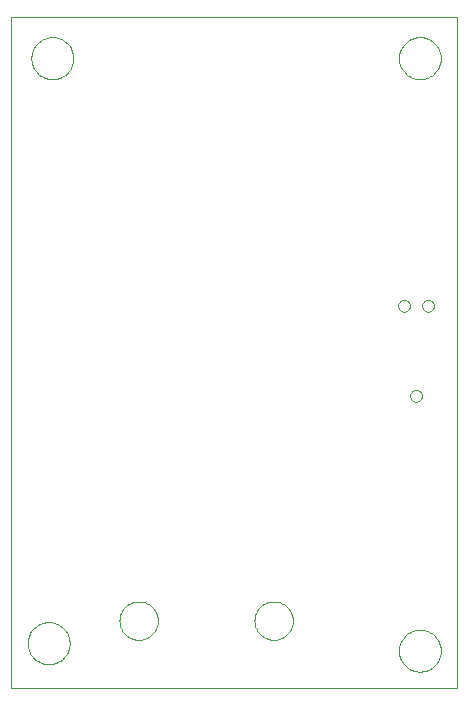
<source format=gbo>
G75*
%MOIN*%
%OFA0B0*%
%FSLAX24Y24*%
%IPPOS*%
%LPD*%
%AMOC8*
5,1,8,0,0,1.08239X$1,22.5*
%
%ADD10C,0.0000*%
D10*
X000180Y000954D02*
X000180Y023325D01*
X015050Y023325D01*
X015050Y000954D01*
X000180Y000954D01*
X000730Y002454D02*
X000732Y002506D01*
X000738Y002558D01*
X000748Y002610D01*
X000761Y002660D01*
X000778Y002710D01*
X000799Y002758D01*
X000824Y002804D01*
X000852Y002848D01*
X000883Y002890D01*
X000917Y002930D01*
X000954Y002967D01*
X000994Y003001D01*
X001036Y003032D01*
X001080Y003060D01*
X001126Y003085D01*
X001174Y003106D01*
X001224Y003123D01*
X001274Y003136D01*
X001326Y003146D01*
X001378Y003152D01*
X001430Y003154D01*
X001482Y003152D01*
X001534Y003146D01*
X001586Y003136D01*
X001636Y003123D01*
X001686Y003106D01*
X001734Y003085D01*
X001780Y003060D01*
X001824Y003032D01*
X001866Y003001D01*
X001906Y002967D01*
X001943Y002930D01*
X001977Y002890D01*
X002008Y002848D01*
X002036Y002804D01*
X002061Y002758D01*
X002082Y002710D01*
X002099Y002660D01*
X002112Y002610D01*
X002122Y002558D01*
X002128Y002506D01*
X002130Y002454D01*
X002128Y002402D01*
X002122Y002350D01*
X002112Y002298D01*
X002099Y002248D01*
X002082Y002198D01*
X002061Y002150D01*
X002036Y002104D01*
X002008Y002060D01*
X001977Y002018D01*
X001943Y001978D01*
X001906Y001941D01*
X001866Y001907D01*
X001824Y001876D01*
X001780Y001848D01*
X001734Y001823D01*
X001686Y001802D01*
X001636Y001785D01*
X001586Y001772D01*
X001534Y001762D01*
X001482Y001756D01*
X001430Y001754D01*
X001378Y001756D01*
X001326Y001762D01*
X001274Y001772D01*
X001224Y001785D01*
X001174Y001802D01*
X001126Y001823D01*
X001080Y001848D01*
X001036Y001876D01*
X000994Y001907D01*
X000954Y001941D01*
X000917Y001978D01*
X000883Y002018D01*
X000852Y002060D01*
X000824Y002104D01*
X000799Y002150D01*
X000778Y002198D01*
X000761Y002248D01*
X000748Y002298D01*
X000738Y002350D01*
X000732Y002402D01*
X000730Y002454D01*
X003790Y003204D02*
X003792Y003254D01*
X003798Y003304D01*
X003808Y003353D01*
X003821Y003402D01*
X003839Y003449D01*
X003860Y003495D01*
X003884Y003538D01*
X003912Y003580D01*
X003943Y003620D01*
X003977Y003657D01*
X004014Y003691D01*
X004054Y003722D01*
X004096Y003750D01*
X004139Y003774D01*
X004185Y003795D01*
X004232Y003813D01*
X004281Y003826D01*
X004330Y003836D01*
X004380Y003842D01*
X004430Y003844D01*
X004480Y003842D01*
X004530Y003836D01*
X004579Y003826D01*
X004628Y003813D01*
X004675Y003795D01*
X004721Y003774D01*
X004764Y003750D01*
X004806Y003722D01*
X004846Y003691D01*
X004883Y003657D01*
X004917Y003620D01*
X004948Y003580D01*
X004976Y003538D01*
X005000Y003495D01*
X005021Y003449D01*
X005039Y003402D01*
X005052Y003353D01*
X005062Y003304D01*
X005068Y003254D01*
X005070Y003204D01*
X005068Y003154D01*
X005062Y003104D01*
X005052Y003055D01*
X005039Y003006D01*
X005021Y002959D01*
X005000Y002913D01*
X004976Y002870D01*
X004948Y002828D01*
X004917Y002788D01*
X004883Y002751D01*
X004846Y002717D01*
X004806Y002686D01*
X004764Y002658D01*
X004721Y002634D01*
X004675Y002613D01*
X004628Y002595D01*
X004579Y002582D01*
X004530Y002572D01*
X004480Y002566D01*
X004430Y002564D01*
X004380Y002566D01*
X004330Y002572D01*
X004281Y002582D01*
X004232Y002595D01*
X004185Y002613D01*
X004139Y002634D01*
X004096Y002658D01*
X004054Y002686D01*
X004014Y002717D01*
X003977Y002751D01*
X003943Y002788D01*
X003912Y002828D01*
X003884Y002870D01*
X003860Y002913D01*
X003839Y002959D01*
X003821Y003006D01*
X003808Y003055D01*
X003798Y003104D01*
X003792Y003154D01*
X003790Y003204D01*
X008290Y003204D02*
X008292Y003254D01*
X008298Y003304D01*
X008308Y003353D01*
X008321Y003402D01*
X008339Y003449D01*
X008360Y003495D01*
X008384Y003538D01*
X008412Y003580D01*
X008443Y003620D01*
X008477Y003657D01*
X008514Y003691D01*
X008554Y003722D01*
X008596Y003750D01*
X008639Y003774D01*
X008685Y003795D01*
X008732Y003813D01*
X008781Y003826D01*
X008830Y003836D01*
X008880Y003842D01*
X008930Y003844D01*
X008980Y003842D01*
X009030Y003836D01*
X009079Y003826D01*
X009128Y003813D01*
X009175Y003795D01*
X009221Y003774D01*
X009264Y003750D01*
X009306Y003722D01*
X009346Y003691D01*
X009383Y003657D01*
X009417Y003620D01*
X009448Y003580D01*
X009476Y003538D01*
X009500Y003495D01*
X009521Y003449D01*
X009539Y003402D01*
X009552Y003353D01*
X009562Y003304D01*
X009568Y003254D01*
X009570Y003204D01*
X009568Y003154D01*
X009562Y003104D01*
X009552Y003055D01*
X009539Y003006D01*
X009521Y002959D01*
X009500Y002913D01*
X009476Y002870D01*
X009448Y002828D01*
X009417Y002788D01*
X009383Y002751D01*
X009346Y002717D01*
X009306Y002686D01*
X009264Y002658D01*
X009221Y002634D01*
X009175Y002613D01*
X009128Y002595D01*
X009079Y002582D01*
X009030Y002572D01*
X008980Y002566D01*
X008930Y002564D01*
X008880Y002566D01*
X008830Y002572D01*
X008781Y002582D01*
X008732Y002595D01*
X008685Y002613D01*
X008639Y002634D01*
X008596Y002658D01*
X008554Y002686D01*
X008514Y002717D01*
X008477Y002751D01*
X008443Y002788D01*
X008412Y002828D01*
X008384Y002870D01*
X008360Y002913D01*
X008339Y002959D01*
X008321Y003006D01*
X008308Y003055D01*
X008298Y003104D01*
X008292Y003154D01*
X008290Y003204D01*
X013483Y010704D02*
X013485Y010731D01*
X013491Y010758D01*
X013500Y010784D01*
X013513Y010808D01*
X013529Y010831D01*
X013548Y010850D01*
X013570Y010867D01*
X013594Y010881D01*
X013619Y010891D01*
X013646Y010898D01*
X013673Y010901D01*
X013701Y010900D01*
X013728Y010895D01*
X013754Y010887D01*
X013778Y010875D01*
X013801Y010859D01*
X013822Y010841D01*
X013839Y010820D01*
X013854Y010796D01*
X013865Y010771D01*
X013873Y010745D01*
X013877Y010718D01*
X013877Y010690D01*
X013873Y010663D01*
X013865Y010637D01*
X013854Y010612D01*
X013839Y010588D01*
X013822Y010567D01*
X013801Y010549D01*
X013779Y010533D01*
X013754Y010521D01*
X013728Y010513D01*
X013701Y010508D01*
X013673Y010507D01*
X013646Y010510D01*
X013619Y010517D01*
X013594Y010527D01*
X013570Y010541D01*
X013548Y010558D01*
X013529Y010577D01*
X013513Y010600D01*
X013500Y010624D01*
X013491Y010650D01*
X013485Y010677D01*
X013483Y010704D01*
X013083Y013704D02*
X013085Y013731D01*
X013091Y013758D01*
X013100Y013784D01*
X013113Y013808D01*
X013129Y013831D01*
X013148Y013850D01*
X013170Y013867D01*
X013194Y013881D01*
X013219Y013891D01*
X013246Y013898D01*
X013273Y013901D01*
X013301Y013900D01*
X013328Y013895D01*
X013354Y013887D01*
X013378Y013875D01*
X013401Y013859D01*
X013422Y013841D01*
X013439Y013820D01*
X013454Y013796D01*
X013465Y013771D01*
X013473Y013745D01*
X013477Y013718D01*
X013477Y013690D01*
X013473Y013663D01*
X013465Y013637D01*
X013454Y013612D01*
X013439Y013588D01*
X013422Y013567D01*
X013401Y013549D01*
X013379Y013533D01*
X013354Y013521D01*
X013328Y013513D01*
X013301Y013508D01*
X013273Y013507D01*
X013246Y013510D01*
X013219Y013517D01*
X013194Y013527D01*
X013170Y013541D01*
X013148Y013558D01*
X013129Y013577D01*
X013113Y013600D01*
X013100Y013624D01*
X013091Y013650D01*
X013085Y013677D01*
X013083Y013704D01*
X013883Y013704D02*
X013885Y013731D01*
X013891Y013758D01*
X013900Y013784D01*
X013913Y013808D01*
X013929Y013831D01*
X013948Y013850D01*
X013970Y013867D01*
X013994Y013881D01*
X014019Y013891D01*
X014046Y013898D01*
X014073Y013901D01*
X014101Y013900D01*
X014128Y013895D01*
X014154Y013887D01*
X014178Y013875D01*
X014201Y013859D01*
X014222Y013841D01*
X014239Y013820D01*
X014254Y013796D01*
X014265Y013771D01*
X014273Y013745D01*
X014277Y013718D01*
X014277Y013690D01*
X014273Y013663D01*
X014265Y013637D01*
X014254Y013612D01*
X014239Y013588D01*
X014222Y013567D01*
X014201Y013549D01*
X014179Y013533D01*
X014154Y013521D01*
X014128Y013513D01*
X014101Y013508D01*
X014073Y013507D01*
X014046Y013510D01*
X014019Y013517D01*
X013994Y013527D01*
X013970Y013541D01*
X013948Y013558D01*
X013929Y013577D01*
X013913Y013600D01*
X013900Y013624D01*
X013891Y013650D01*
X013885Y013677D01*
X013883Y013704D01*
X013105Y021954D02*
X013107Y022006D01*
X013113Y022058D01*
X013123Y022110D01*
X013136Y022160D01*
X013153Y022210D01*
X013174Y022258D01*
X013199Y022304D01*
X013227Y022348D01*
X013258Y022390D01*
X013292Y022430D01*
X013329Y022467D01*
X013369Y022501D01*
X013411Y022532D01*
X013455Y022560D01*
X013501Y022585D01*
X013549Y022606D01*
X013599Y022623D01*
X013649Y022636D01*
X013701Y022646D01*
X013753Y022652D01*
X013805Y022654D01*
X013857Y022652D01*
X013909Y022646D01*
X013961Y022636D01*
X014011Y022623D01*
X014061Y022606D01*
X014109Y022585D01*
X014155Y022560D01*
X014199Y022532D01*
X014241Y022501D01*
X014281Y022467D01*
X014318Y022430D01*
X014352Y022390D01*
X014383Y022348D01*
X014411Y022304D01*
X014436Y022258D01*
X014457Y022210D01*
X014474Y022160D01*
X014487Y022110D01*
X014497Y022058D01*
X014503Y022006D01*
X014505Y021954D01*
X014503Y021902D01*
X014497Y021850D01*
X014487Y021798D01*
X014474Y021748D01*
X014457Y021698D01*
X014436Y021650D01*
X014411Y021604D01*
X014383Y021560D01*
X014352Y021518D01*
X014318Y021478D01*
X014281Y021441D01*
X014241Y021407D01*
X014199Y021376D01*
X014155Y021348D01*
X014109Y021323D01*
X014061Y021302D01*
X014011Y021285D01*
X013961Y021272D01*
X013909Y021262D01*
X013857Y021256D01*
X013805Y021254D01*
X013753Y021256D01*
X013701Y021262D01*
X013649Y021272D01*
X013599Y021285D01*
X013549Y021302D01*
X013501Y021323D01*
X013455Y021348D01*
X013411Y021376D01*
X013369Y021407D01*
X013329Y021441D01*
X013292Y021478D01*
X013258Y021518D01*
X013227Y021560D01*
X013199Y021604D01*
X013174Y021650D01*
X013153Y021698D01*
X013136Y021748D01*
X013123Y021798D01*
X013113Y021850D01*
X013107Y021902D01*
X013105Y021954D01*
X000855Y021954D02*
X000857Y022006D01*
X000863Y022058D01*
X000873Y022110D01*
X000886Y022160D01*
X000903Y022210D01*
X000924Y022258D01*
X000949Y022304D01*
X000977Y022348D01*
X001008Y022390D01*
X001042Y022430D01*
X001079Y022467D01*
X001119Y022501D01*
X001161Y022532D01*
X001205Y022560D01*
X001251Y022585D01*
X001299Y022606D01*
X001349Y022623D01*
X001399Y022636D01*
X001451Y022646D01*
X001503Y022652D01*
X001555Y022654D01*
X001607Y022652D01*
X001659Y022646D01*
X001711Y022636D01*
X001761Y022623D01*
X001811Y022606D01*
X001859Y022585D01*
X001905Y022560D01*
X001949Y022532D01*
X001991Y022501D01*
X002031Y022467D01*
X002068Y022430D01*
X002102Y022390D01*
X002133Y022348D01*
X002161Y022304D01*
X002186Y022258D01*
X002207Y022210D01*
X002224Y022160D01*
X002237Y022110D01*
X002247Y022058D01*
X002253Y022006D01*
X002255Y021954D01*
X002253Y021902D01*
X002247Y021850D01*
X002237Y021798D01*
X002224Y021748D01*
X002207Y021698D01*
X002186Y021650D01*
X002161Y021604D01*
X002133Y021560D01*
X002102Y021518D01*
X002068Y021478D01*
X002031Y021441D01*
X001991Y021407D01*
X001949Y021376D01*
X001905Y021348D01*
X001859Y021323D01*
X001811Y021302D01*
X001761Y021285D01*
X001711Y021272D01*
X001659Y021262D01*
X001607Y021256D01*
X001555Y021254D01*
X001503Y021256D01*
X001451Y021262D01*
X001399Y021272D01*
X001349Y021285D01*
X001299Y021302D01*
X001251Y021323D01*
X001205Y021348D01*
X001161Y021376D01*
X001119Y021407D01*
X001079Y021441D01*
X001042Y021478D01*
X001008Y021518D01*
X000977Y021560D01*
X000949Y021604D01*
X000924Y021650D01*
X000903Y021698D01*
X000886Y021748D01*
X000873Y021798D01*
X000863Y021850D01*
X000857Y021902D01*
X000855Y021954D01*
X013105Y002204D02*
X013107Y002256D01*
X013113Y002308D01*
X013123Y002360D01*
X013136Y002410D01*
X013153Y002460D01*
X013174Y002508D01*
X013199Y002554D01*
X013227Y002598D01*
X013258Y002640D01*
X013292Y002680D01*
X013329Y002717D01*
X013369Y002751D01*
X013411Y002782D01*
X013455Y002810D01*
X013501Y002835D01*
X013549Y002856D01*
X013599Y002873D01*
X013649Y002886D01*
X013701Y002896D01*
X013753Y002902D01*
X013805Y002904D01*
X013857Y002902D01*
X013909Y002896D01*
X013961Y002886D01*
X014011Y002873D01*
X014061Y002856D01*
X014109Y002835D01*
X014155Y002810D01*
X014199Y002782D01*
X014241Y002751D01*
X014281Y002717D01*
X014318Y002680D01*
X014352Y002640D01*
X014383Y002598D01*
X014411Y002554D01*
X014436Y002508D01*
X014457Y002460D01*
X014474Y002410D01*
X014487Y002360D01*
X014497Y002308D01*
X014503Y002256D01*
X014505Y002204D01*
X014503Y002152D01*
X014497Y002100D01*
X014487Y002048D01*
X014474Y001998D01*
X014457Y001948D01*
X014436Y001900D01*
X014411Y001854D01*
X014383Y001810D01*
X014352Y001768D01*
X014318Y001728D01*
X014281Y001691D01*
X014241Y001657D01*
X014199Y001626D01*
X014155Y001598D01*
X014109Y001573D01*
X014061Y001552D01*
X014011Y001535D01*
X013961Y001522D01*
X013909Y001512D01*
X013857Y001506D01*
X013805Y001504D01*
X013753Y001506D01*
X013701Y001512D01*
X013649Y001522D01*
X013599Y001535D01*
X013549Y001552D01*
X013501Y001573D01*
X013455Y001598D01*
X013411Y001626D01*
X013369Y001657D01*
X013329Y001691D01*
X013292Y001728D01*
X013258Y001768D01*
X013227Y001810D01*
X013199Y001854D01*
X013174Y001900D01*
X013153Y001948D01*
X013136Y001998D01*
X013123Y002048D01*
X013113Y002100D01*
X013107Y002152D01*
X013105Y002204D01*
M02*

</source>
